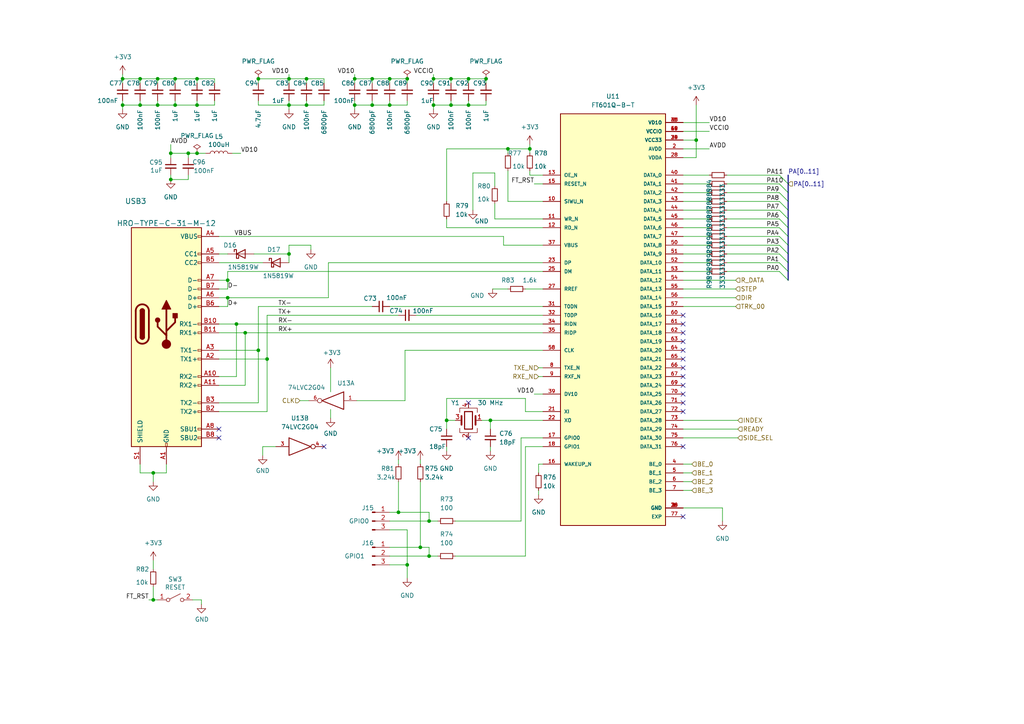
<source format=kicad_sch>
(kicad_sch (version 20211123) (generator eeschema)
  (paper "A4")
  (title_block (company "SweProj.com"))
  (lib_symbols
    (symbol "74xGxx:74LVC2G04" (pin_names (offset 1.016))
      (property "Reference" "U" (at -2.54 3.81 0))
      (property "Value" "74LVC2G04" (at 0 -3.81 0))
      (symbol "74LVC2G04_0_1"
        (pin power_in line (at 0 -2.54 270) (length 0) hide (name "GND") (number "2"))
        (pin power_in line (at 0 2.54 90) (length 0) hide (name "VCC") (number "5"))
      )
      (symbol "74LVC2G04_1_1"
        (pin input line (at -7.62 0 0) (length 3.81) (name "~") (number "1"))
        (pin output inverted (at 6.35 0 180) (length 3.81) (name "~") (number "6"))
      )
      (symbol "74LVC2G04_2_1"
        (pin input line (at -7.62 0 0) (length 3.81) (name "~") (number "3"))
        (pin output inverted (at 6.35 0 180) (length 3.81) (name "~") (number "4"))
      )
    )
    (symbol "Connector:Conn_01x03_Male" (pin_names (offset 1.016) hide)
      (property "Reference" "J" (at 0 5.08 0))
      (property "Value" "Conn_01x03_Male" (at 0 -5.08 0))
      (symbol "Conn_01x03_Male_1_1"
        (pin passive line (at 5.08 2.54 180) (length 3.81) (name "Pin_1") (number "1"))
        (pin passive line (at 5.08 0 180) (length 3.81) (name "Pin_2") (number "2"))
        (pin passive line (at 5.08 -2.54 180) (length 3.81) (name "Pin_3") (number "3"))
      )
    )
    (symbol "Connector:USB_C_Receptacle" (pin_names (offset 1.016))
      (property "Reference" "J" (at -10.16 29.21 0))
      (property "Value" "USB_C_Receptacle" (at 10.16 29.21 0))
      (symbol "USB_C_Receptacle_1_1"
        (pin passive line (at 0 -40.64 90) (length 5.08) (name "GND") (number "A1"))
        (pin bidirectional line (at 15.24 -15.24 180) (length 5.08) (name "RX2-") (number "A10"))
        (pin bidirectional line (at 15.24 -17.78 180) (length 5.08) (name "RX2+") (number "A11"))
        (pin passive line (at 0 -40.64 90) (length 5.08) hide (name "GND") (number "A12"))
        (pin bidirectional line (at 15.24 -10.16 180) (length 5.08) (name "TX1+") (number "A2"))
        (pin bidirectional line (at 15.24 -7.62 180) (length 5.08) (name "TX1-") (number "A3"))
        (pin passive line (at 15.24 25.4 180) (length 5.08) (name "VBUS") (number "A4"))
        (pin bidirectional line (at 15.24 20.32 180) (length 5.08) (name "CC1") (number "A5"))
        (pin bidirectional line (at 15.24 7.62 180) (length 5.08) (name "D+") (number "A6"))
        (pin bidirectional line (at 15.24 12.7 180) (length 5.08) (name "D-") (number "A7"))
        (pin bidirectional line (at 15.24 -30.48 180) (length 5.08) (name "SBU1") (number "A8"))
        (pin passive line (at 15.24 25.4 180) (length 5.08) hide (name "VBUS") (number "A9"))
        (pin passive line (at 0 -40.64 90) (length 5.08) hide (name "GND") (number "B1"))
        (pin bidirectional line (at 15.24 0 180) (length 5.08) (name "RX1-") (number "B10"))
        (pin bidirectional line (at 15.24 -2.54 180) (length 5.08) (name "RX1+") (number "B11"))
        (pin passive line (at 0 -40.64 90) (length 5.08) hide (name "GND") (number "B12"))
        (pin bidirectional line (at 15.24 -25.4 180) (length 5.08) (name "TX2+") (number "B2"))
        (pin bidirectional line (at 15.24 -22.86 180) (length 5.08) (name "TX2-") (number "B3"))
        (pin passive line (at 15.24 25.4 180) (length 5.08) hide (name "VBUS") (number "B4"))
        (pin bidirectional line (at 15.24 17.78 180) (length 5.08) (name "CC2") (number "B5"))
        (pin bidirectional line (at 15.24 5.08 180) (length 5.08) (name "D+") (number "B6"))
        (pin bidirectional line (at 15.24 10.16 180) (length 5.08) (name "D-") (number "B7"))
        (pin bidirectional line (at 15.24 -33.02 180) (length 5.08) (name "SBU2") (number "B8"))
        (pin passive line (at 15.24 25.4 180) (length 5.08) hide (name "VBUS") (number "B9"))
        (pin passive line (at -7.62 -40.64 90) (length 5.08) (name "SHIELD") (number "S1"))
      )
    )
    (symbol "Device:C_Small" (pin_numbers hide) (pin_names (offset 0.254) hide)
      (property "Reference" "C" (at 0.254 1.778 0))
      (property "Value" "C_Small" (at 0.254 -2.032 0))
      (symbol "C_Small_1_1"
        (pin passive line (at 0 2.54 270) (length 2.032) (name "~") (number "1"))
        (pin passive line (at 0 -2.54 90) (length 2.032) (name "~") (number "2"))
      )
    )
    (symbol "Device:Crystal_GND24" (pin_names (offset 1.016) hide)
      (property "Reference" "Y" (at 3.175 5.08 0))
      (property "Value" "Crystal_GND24" (at 3.175 3.175 0))
      (symbol "Crystal_GND24_1_1"
        (pin passive line (at -3.81 0 0) (length 1.27) (name "1") (number "1"))
        (pin passive line (at 0 5.08 270) (length 1.27) (name "2") (number "2"))
        (pin passive line (at 3.81 0 180) (length 1.27) (name "3") (number "3"))
        (pin passive line (at 0 -5.08 90) (length 1.27) (name "4") (number "4"))
      )
    )
    (symbol "Device:D_Schottky" (pin_numbers hide) (pin_names (offset 1.016) hide)
      (property "Reference" "D" (at 0 2.54 0))
      (property "Value" "D_Schottky" (at 0 -2.54 0))
      (symbol "D_Schottky_1_1"
        (pin passive line (at -3.81 0 0) (length 2.54) (name "K") (number "1"))
        (pin passive line (at 3.81 0 180) (length 2.54) (name "A") (number "2"))
      )
    )
    (symbol "Device:L" (pin_numbers hide) (pin_names (offset 1.016) hide)
      (property "Reference" "L" (at -1.27 0 90))
      (property "Value" "L" (at 1.905 0 90))
      (symbol "L_1_1"
        (pin passive line (at 0 3.81 270) (length 1.27) (name "1") (number "1"))
        (pin passive line (at 0 -3.81 90) (length 1.27) (name "2") (number "2"))
      )
    )
    (symbol "Device:R_Small" (pin_numbers hide) (pin_names (offset 0.254) hide)
      (property "Reference" "R" (at 0.762 0.508 0))
      (property "Value" "R_Small" (at 0.762 -1.016 0))
      (symbol "R_Small_1_1"
        (pin passive line (at 0 2.54 270) (length 0.762) (name "~") (number "1"))
        (pin passive line (at 0 -2.54 90) (length 0.762) (name "~") (number "2"))
      )
    )
    (symbol "Greaseweazle:FT601Q-B-T" (pin_names (offset 1.016))
      (property "Reference" "U" (at -15.24 60.9854 0))
      (property "Value" "FT601Q-B-T" (at -15.2654 -61.0362 0))
      (symbol "FT601Q-B-T_0_0"
        (pin power_in line (at 20.32 -53.34 180) (length 5.08) (name "GND") (number "1"))
        (pin input line (at -20.32 35.56 0) (length 5.08) (name "SIWU_N") (number "10"))
        (pin input line (at -20.32 30.48 0) (length 5.08) (name "WR_N") (number "11"))
        (pin input line (at -20.32 27.94 0) (length 5.08) (name "RD_N") (number "12"))
        (pin input line (at -20.32 43.18 0) (length 5.08) (name "OE_N") (number "13"))
        (pin power_in line (at 20.32 55.88 180) (length 5.08) (name "VCCIO") (number "14"))
        (pin input line (at -20.32 40.64 0) (length 5.08) (name "RESET_N") (number "15"))
        (pin bidirectional line (at -20.32 -40.64 0) (length 5.08) (name "WAKEUP_N") (number "16"))
        (pin bidirectional line (at -20.32 -33.02 0) (length 5.08) (name "GPIO0") (number "17"))
        (pin bidirectional line (at -20.32 -35.56 0) (length 5.08) (name "GPIO1") (number "18"))
        (pin power_in line (at 20.32 50.8 180) (length 5.08) (name "AVDD") (number "2"))
        (pin power_in line (at 20.32 53.34 180) (length 5.08) (name "VCC33") (number "20"))
        (pin input line (at -20.32 -25.4 0) (length 5.08) (name "XI") (number "21"))
        (pin output line (at -20.32 -27.94 0) (length 5.08) (name "XO") (number "22"))
        (pin bidirectional line (at -20.32 17.78 0) (length 5.08) (name "DP") (number "23"))
        (pin power_in line (at 20.32 53.34 180) (length 5.08) (name "VCC33") (number "24"))
        (pin bidirectional line (at -20.32 15.24 0) (length 5.08) (name "DM") (number "25"))
        (pin power_in line (at 20.32 -53.34 180) (length 5.08) (name "GND") (number "26"))
        (pin input line (at -20.32 10.16 0) (length 5.08) (name "RREF") (number "27"))
        (pin power_in line (at 20.32 48.26 180) (length 5.08) (name "VDDA") (number "28"))
        (pin power_in line (at 20.32 -53.34 180) (length 5.08) (name "GND") (number "29"))
        (pin power_in line (at 20.32 58.42 180) (length 5.08) (name "VD10") (number "3"))
        (pin power_in line (at 20.32 58.42 180) (length 5.08) (name "VD10") (number "30"))
        (pin output line (at -20.32 5.08 0) (length 5.08) (name "T0DN") (number "31"))
        (pin output line (at -20.32 2.54 0) (length 5.08) (name "T0DP") (number "32"))
        (pin power_in line (at 20.32 58.42 180) (length 5.08) (name "VD10") (number "33"))
        (pin input line (at -20.32 0 0) (length 5.08) (name "RIDN") (number "34"))
        (pin input line (at -20.32 -2.54 0) (length 5.08) (name "RIDP") (number "35"))
        (pin power_in line (at 20.32 -53.34 180) (length 5.08) (name "GND") (number "36"))
        (pin input line (at -20.32 22.86 0) (length 5.08) (name "VBUS") (number "37"))
        (pin power_in line (at 20.32 53.34 180) (length 5.08) (name "VCC33") (number "38"))
        (pin output line (at -20.32 -20.32 0) (length 5.08) (name "DV10") (number "39"))
        (pin bidirectional line (at 20.32 -40.64 180) (length 5.08) (name "BE_0") (number "4"))
        (pin bidirectional line (at 20.32 43.18 180) (length 5.08) (name "DATA_0") (number "40"))
        (pin bidirectional line (at 20.32 40.64 180) (length 5.08) (name "DATA_1") (number "41"))
        (pin bidirectional line (at 20.32 38.1 180) (length 5.08) (name "DATA_2") (number "42"))
        (pin bidirectional line (at 20.32 35.56 180) (length 5.08) (name "DATA_3") (number "43"))
        (pin bidirectional line (at 20.32 33.02 180) (length 5.08) (name "DATA_4") (number "44"))
        (pin bidirectional line (at 20.32 30.48 180) (length 5.08) (name "DATA_5") (number "45"))
        (pin bidirectional line (at 20.32 27.94 180) (length 5.08) (name "DATA_6") (number "46"))
        (pin bidirectional line (at 20.32 25.4 180) (length 5.08) (name "DATA_7") (number "47"))
        (pin power_in line (at 20.32 58.42 180) (length 5.08) (name "VD10") (number "48"))
        (pin power_in line (at 20.32 55.88 180) (length 5.08) (name "VCCIO") (number "49"))
        (pin bidirectional line (at 20.32 -43.18 180) (length 5.08) (name "BE_1") (number "5"))
        (pin bidirectional line (at 20.32 22.86 180) (length 5.08) (name "DATA_8") (number "50"))
        (pin bidirectional line (at 20.32 20.32 180) (length 5.08) (name "DATA_9") (number "51"))
        (pin bidirectional line (at 20.32 17.78 180) (length 5.08) (name "DATA_10") (number "52"))
        (pin bidirectional line (at 20.32 15.24 180) (length 5.08) (name "DATA_11") (number "53"))
        (pin bidirectional line (at 20.32 12.7 180) (length 5.08) (name "DATA_12") (number "54"))
        (pin bidirectional line (at 20.32 10.16 180) (length 5.08) (name "DATA_13") (number "55"))
        (pin bidirectional line (at 20.32 7.62 180) (length 5.08) (name "DATA_14") (number "56"))
        (pin bidirectional line (at 20.32 5.08 180) (length 5.08) (name "DATA_15") (number "57"))
        (pin output line (at -20.32 -7.62 0) (length 5.08) (name "CLK") (number "58"))
        (pin power_in line (at 20.32 55.88 180) (length 5.08) (name "VCCIO") (number "59"))
        (pin bidirectional line (at 20.32 -45.72 180) (length 5.08) (name "BE_2") (number "6"))
        (pin bidirectional line (at 20.32 2.54 180) (length 5.08) (name "DATA_16") (number "60"))
        (pin bidirectional line (at 20.32 0 180) (length 5.08) (name "DATA_17") (number "61"))
        (pin bidirectional line (at 20.32 -2.54 180) (length 5.08) (name "DATA_18") (number "62"))
        (pin bidirectional line (at 20.32 -5.08 180) (length 5.08) (name "DATA_19") (number "63"))
        (pin bidirectional line (at 20.32 -7.62 180) (length 5.08) (name "DATA_20") (number "64"))
        (pin bidirectional line (at 20.32 -10.16 180) (length 5.08) (name "DATA_21") (number "65"))
        (pin bidirectional line (at 20.32 -12.7 180) (length 5.08) (name "DATA_22") (number "66"))
        (pin bidirectional line (at 20.32 -15.24 180) (length 5.08) (name "DATA_23") (number "67"))
        (pin power_in line (at 20.32 55.88 180) (length 5.08) (name "VCCIO") (number "68"))
        (pin bidirectional line (at 20.32 -17.78 180) (length 5.08) (name "DATA_24") (number "69"))
        (pin bidirectional line (at 20.32 -48.26 180) (length 5.08) (name "BE_3") (number "7"))
        (pin bidirectional line (at 20.32 -20.32 180) (length 5.08) (name "DATA_25") (number "70"))
        (pin bidirectional line (at 20.32 -22.86 180) (length 5.08) (name "DATA_26") (number "71"))
        (pin bidirectional line (at 20.32 -25.4 180) (length 5.08) (name "DATA_27") (number "72"))
        (pin bidirectional line (at 20.32 -27.94 180) (length 5.08) (name "DATA_28") (number "73"))
        (pin bidirectional line (at 20.32 -30.48 180) (length 5.08) (name "DATA_29") (number "74"))
        (pin bidirectional line (at 20.32 -33.02 180) (length 5.08) (name "DATA_30") (number "75"))
        (pin bidirectional line (at 20.32 -35.56 180) (length 5.08) (name "DATA_31") (number "76"))
        (pin power_in line (at 20.32 -55.88 180) (length 5.08) (name "EXP") (number "77"))
        (pin output line (at -20.32 -12.7 0) (length 5.08) (name "TXE_N") (number "8"))
        (pin output line (at -20.32 -15.24 0) (length 5.08) (name "RXF_N") (number "9"))
      )
    )
    (symbol "Switch:SW_SPST" (pin_names (offset 0) hide)
      (property "Reference" "SW" (at 0 3.175 0))
      (property "Value" "SW_SPST" (at 0 -2.54 0))
      (symbol "SW_SPST_1_1"
        (pin passive line (at -5.08 0 0) (length 2.54) (name "A") (number "1"))
        (pin passive line (at 5.08 0 180) (length 2.54) (name "B") (number "2"))
      )
    )
    (symbol "power:+3V3" (power) (pin_names (offset 0))
      (property "Value" "+3V3" (at 0 3.556 0))
      (symbol "+3V3_1_1"
        (pin power_in line (at 0 0 90) (length 0) hide (name "+3V3") (number "1"))
      )
    )
    (symbol "power:GND" (power) (pin_names (offset 0))
      (property "Value" "GND" (at 0 -3.81 0))
      (symbol "GND_1_1"
        (pin power_in line (at 0 0 270) (length 0) hide (name "GND") (number "1"))
      )
    )
    (symbol "power:PWR_FLAG" (power) (pin_numbers hide) (pin_names (offset 0) hide)
      (property "Value" "PWR_FLAG" (at 0 3.81 0))
      (symbol "PWR_FLAG_0_0"
        (pin power_out line (at 0 0 90) (length 0) (name "pwr") (number "1"))
      )
    )
  )
  (junction (at 130.81 30.48))
  (junction (at 50.8 30.48))
  (junction (at 83.82 73.66))
  (junction (at 153.67 43.18))
  (junction (at 66.04 86.36))
  (junction (at 54.61 44.45))
  (junction (at 40.64 30.48))
  (junction (at 118.11 163.83))
  (junction (at 201.93 40.64))
  (junction (at 121.92 158.75))
  (junction (at 66.04 81.28))
  (junction (at 77.47 104.14))
  (junction (at 129.54 121.92))
  (junction (at 74.93 22.86))
  (junction (at 113.03 22.86))
  (junction (at 83.82 22.86))
  (junction (at 102.87 22.86))
  (junction (at 44.45 173.99))
  (junction (at 102.87 30.48))
  (junction (at 124.46 161.29))
  (junction (at 45.72 30.48))
  (junction (at 147.32 43.18))
  (junction (at 130.81 22.86))
  (junction (at 88.9 30.48))
  (junction (at 35.56 22.86))
  (junction (at 140.97 22.86))
  (junction (at 115.57 148.59))
  (junction (at 113.03 30.48))
  (junction (at 124.46 151.13))
  (junction (at 125.73 22.86))
  (junction (at 142.24 121.92))
  (junction (at 49.53 52.07))
  (junction (at 118.11 22.86))
  (junction (at 74.93 101.6))
  (junction (at 107.95 22.86))
  (junction (at 57.15 30.48))
  (junction (at 71.12 96.52))
  (junction (at 107.95 30.48))
  (junction (at 135.89 22.86))
  (junction (at 44.45 137.16))
  (junction (at 49.53 44.45))
  (junction (at 40.64 22.86))
  (junction (at 57.15 22.86))
  (junction (at 83.82 30.48))
  (junction (at 50.8 22.86))
  (junction (at 57.15 44.45))
  (junction (at 135.89 30.48))
  (junction (at 68.58 93.98))
  (junction (at 45.72 22.86))
  (junction (at 125.73 30.48))
  (junction (at 35.56 30.48))
  (junction (at 88.9 22.86))
  (no_connect (at 198.12 96.52))
  (no_connect (at 135.89 127))
  (no_connect (at 198.12 129.54))
  (no_connect (at 198.12 119.38))
  (no_connect (at 198.12 106.68))
  (no_connect (at 198.12 99.06))
  (no_connect (at 198.12 93.98))
  (no_connect (at 198.12 109.22))
  (no_connect (at 198.12 149.86))
  (no_connect (at 198.12 91.44))
  (no_connect (at 135.89 116.84))
  (no_connect (at 198.12 116.84))
  (no_connect (at 63.5 124.46))
  (no_connect (at 63.5 127))
  (no_connect (at 198.12 111.76))
  (no_connect (at 198.12 101.6))
  (no_connect (at 198.12 104.14))
  (no_connect (at 93.98 129.54))
  (no_connect (at 198.12 114.3))
  (bus_entry (at 226.06 60.96) (size 2.54 2.54))
  (bus_entry (at 226.06 76.2) (size 2.54 2.54))
  (bus_entry (at 226.06 71.12) (size 2.54 2.54))
  (bus_entry (at 226.06 66.04) (size 2.54 2.54))
  (bus_entry (at 226.06 68.58) (size 2.54 2.54))
  (bus_entry (at 226.06 78.74) (size 2.54 2.54))
  (bus_entry (at 226.06 73.66) (size 2.54 2.54))
  (bus_entry (at 226.06 55.88) (size 2.54 2.54))
  (bus_entry (at 226.06 50.8) (size 2.54 2.54))
  (bus_entry (at 226.06 53.34) (size 2.54 2.54))
  (bus_entry (at 226.06 58.42) (size 2.54 2.54))
  (bus_entry (at 226.06 63.5) (size 2.54 2.54))
  (bus (pts (xy 228.6 53.34) (xy 228.6 55.88)))
  (wire (pts (xy 102.87 21.59) (xy 102.87 22.86)))
  (wire (pts (xy 210.82 73.66) (xy 226.06 73.66)))
  (wire (pts (xy 198.12 78.74) (xy 205.74 78.74)))
  (wire (pts (xy 88.9 22.86) (xy 93.98 22.86)))
  (wire (pts (xy 198.12 83.82) (xy 213.36 83.82)))
  (wire (pts (xy 62.23 30.48) (xy 62.23 29.21)))
  (wire (pts (xy 151.13 127) (xy 151.13 151.13)))
  (wire (pts (xy 55.88 173.99) (xy 58.42 173.99)))
  (bus (pts (xy 228.6 50.8) (xy 228.6 53.34)))
  (wire (pts (xy 40.64 30.48) (xy 40.64 29.21)))
  (wire (pts (xy 44.45 162.56) (xy 44.45 165.1)))
  (wire (pts (xy 44.45 170.18) (xy 44.45 173.99)))
  (wire (pts (xy 88.9 22.86) (xy 88.9 24.13)))
  (bus (pts (xy 228.6 71.12) (xy 228.6 73.66)))
  (wire (pts (xy 57.15 22.86) (xy 62.23 22.86)))
  (wire (pts (xy 67.31 44.45) (xy 69.85 44.45)))
  (wire (pts (xy 50.8 22.86) (xy 50.8 24.13)))
  (wire (pts (xy 140.97 22.86) (xy 140.97 24.13)))
  (wire (pts (xy 113.03 153.67) (xy 118.11 153.67)))
  (wire (pts (xy 95.885 118.745) (xy 95.885 121.285)))
  (bus (pts (xy 228.6 60.96) (xy 228.6 63.5)))
  (wire (pts (xy 124.46 148.59) (xy 124.46 151.13)))
  (wire (pts (xy 35.56 21.59) (xy 35.56 22.86)))
  (wire (pts (xy 107.95 30.48) (xy 107.95 29.21)))
  (wire (pts (xy 83.82 22.86) (xy 83.82 24.13)))
  (wire (pts (xy 115.57 148.59) (xy 124.46 148.59)))
  (wire (pts (xy 74.93 116.84) (xy 74.93 101.6)))
  (wire (pts (xy 35.56 22.86) (xy 40.64 22.86)))
  (wire (pts (xy 40.64 22.86) (xy 40.64 24.13)))
  (wire (pts (xy 198.12 71.12) (xy 205.74 71.12)))
  (wire (pts (xy 86.995 116.205) (xy 89.535 116.205)))
  (wire (pts (xy 154.94 114.3) (xy 157.48 114.3)))
  (wire (pts (xy 153.67 41.91) (xy 153.67 43.18)))
  (wire (pts (xy 35.56 30.48) (xy 40.64 30.48)))
  (wire (pts (xy 140.97 30.48) (xy 140.97 29.21)))
  (wire (pts (xy 74.93 22.86) (xy 83.82 22.86)))
  (wire (pts (xy 95.25 86.36) (xy 95.25 76.2)))
  (wire (pts (xy 63.5 81.28) (xy 66.04 81.28)))
  (wire (pts (xy 63.5 116.84) (xy 74.93 116.84)))
  (wire (pts (xy 107.95 30.48) (xy 113.03 30.48)))
  (bus (pts (xy 228.6 68.58) (xy 228.6 71.12)))
  (wire (pts (xy 198.12 55.88) (xy 205.74 55.88)))
  (bus (pts (xy 228.6 63.5) (xy 228.6 66.04)))
  (wire (pts (xy 88.9 30.48) (xy 88.9 29.21)))
  (wire (pts (xy 58.42 173.99) (xy 58.42 175.26)))
  (wire (pts (xy 125.73 21.59) (xy 125.73 22.86)))
  (wire (pts (xy 156.21 109.22) (xy 157.48 109.22)))
  (wire (pts (xy 125.73 29.21) (xy 125.73 30.48)))
  (wire (pts (xy 198.12 86.36) (xy 213.36 86.36)))
  (wire (pts (xy 129.54 115.57) (xy 129.54 121.92)))
  (wire (pts (xy 121.92 133.35) (xy 121.92 134.62)))
  (wire (pts (xy 142.24 121.92) (xy 157.48 121.92)))
  (wire (pts (xy 66.04 81.28) (xy 66.04 83.82)))
  (wire (pts (xy 45.72 30.48) (xy 45.72 29.21)))
  (wire (pts (xy 66.04 78.74) (xy 66.04 81.28)))
  (wire (pts (xy 129.54 43.18) (xy 129.54 58.42)))
  (wire (pts (xy 74.93 88.9) (xy 74.93 101.6)))
  (wire (pts (xy 57.15 44.45) (xy 54.61 44.45)))
  (wire (pts (xy 120.65 91.44) (xy 157.48 91.44)))
  (wire (pts (xy 154.94 53.34) (xy 157.48 53.34)))
  (wire (pts (xy 49.53 44.45) (xy 49.53 45.72)))
  (wire (pts (xy 66.04 86.36) (xy 95.25 86.36)))
  (wire (pts (xy 50.8 22.86) (xy 57.15 22.86)))
  (wire (pts (xy 129.54 63.5) (xy 129.54 66.04)))
  (wire (pts (xy 48.26 137.16) (xy 48.26 134.62)))
  (wire (pts (xy 153.67 50.8) (xy 157.48 50.8)))
  (wire (pts (xy 210.82 53.34) (xy 226.06 53.34)))
  (wire (pts (xy 124.46 151.13) (xy 127 151.13)))
  (wire (pts (xy 198.12 50.8) (xy 205.74 50.8)))
  (wire (pts (xy 152.4 161.29) (xy 132.08 161.29)))
  (wire (pts (xy 43.18 173.99) (xy 44.45 173.99)))
  (wire (pts (xy 198.12 68.58) (xy 205.74 68.58)))
  (wire (pts (xy 88.9 30.48) (xy 93.98 30.48)))
  (wire (pts (xy 118.11 163.83) (xy 113.03 163.83)))
  (wire (pts (xy 135.89 30.48) (xy 135.89 29.21)))
  (bus (pts (xy 228.6 73.66) (xy 228.6 76.2)))
  (wire (pts (xy 71.12 96.52) (xy 157.48 96.52)))
  (wire (pts (xy 63.5 109.22) (xy 68.58 109.22)))
  (wire (pts (xy 157.48 129.54) (xy 152.4 129.54)))
  (wire (pts (xy 83.82 21.59) (xy 83.82 22.86)))
  (wire (pts (xy 83.82 30.48) (xy 88.9 30.48)))
  (bus (pts (xy 228.6 66.04) (xy 228.6 68.58)))
  (wire (pts (xy 198.12 121.92) (xy 213.995 121.92)))
  (wire (pts (xy 198.12 81.28) (xy 213.36 81.28)))
  (wire (pts (xy 63.5 104.14) (xy 77.47 104.14)))
  (wire (pts (xy 35.56 22.86) (xy 35.56 24.13)))
  (wire (pts (xy 153.67 49.53) (xy 153.67 50.8)))
  (wire (pts (xy 132.08 121.92) (xy 129.54 121.92)))
  (wire (pts (xy 129.54 43.18) (xy 147.32 43.18)))
  (wire (pts (xy 125.73 22.86) (xy 130.81 22.86)))
  (wire (pts (xy 210.82 66.04) (xy 226.06 66.04)))
  (wire (pts (xy 102.87 30.48) (xy 107.95 30.48)))
  (wire (pts (xy 156.21 142.24) (xy 156.21 143.51)))
  (wire (pts (xy 57.15 30.48) (xy 57.15 29.21)))
  (wire (pts (xy 130.81 22.86) (xy 135.89 22.86)))
  (wire (pts (xy 142.875 83.82) (xy 147.32 83.82)))
  (wire (pts (xy 83.82 29.21) (xy 83.82 30.48)))
  (wire (pts (xy 113.03 88.9) (xy 157.48 88.9)))
  (wire (pts (xy 210.82 50.8) (xy 226.06 50.8)))
  (wire (pts (xy 103.505 116.205) (xy 117.475 116.205)))
  (wire (pts (xy 44.45 173.99) (xy 45.72 173.99)))
  (wire (pts (xy 153.67 43.18) (xy 153.67 44.45)))
  (wire (pts (xy 152.4 83.82) (xy 157.48 83.82)))
  (bus (pts (xy 228.6 78.74) (xy 228.6 81.28)))
  (wire (pts (xy 71.12 111.76) (xy 63.5 111.76)))
  (wire (pts (xy 77.47 119.38) (xy 77.47 104.14)))
  (wire (pts (xy 210.82 76.2) (xy 226.06 76.2)))
  (wire (pts (xy 118.11 22.86) (xy 118.11 24.13)))
  (wire (pts (xy 63.5 101.6) (xy 74.93 101.6)))
  (wire (pts (xy 135.89 30.48) (xy 140.97 30.48)))
  (wire (pts (xy 125.73 22.86) (xy 125.73 24.13)))
  (wire (pts (xy 118.11 30.48) (xy 118.11 29.21)))
  (wire (pts (xy 146.05 71.12) (xy 157.48 71.12)))
  (wire (pts (xy 198.12 137.16) (xy 200.66 137.16)))
  (wire (pts (xy 198.12 73.66) (xy 205.74 73.66)))
  (wire (pts (xy 54.61 52.07) (xy 54.61 50.8)))
  (wire (pts (xy 198.12 88.9) (xy 213.36 88.9)))
  (wire (pts (xy 74.93 88.9) (xy 107.95 88.9)))
  (wire (pts (xy 95.25 76.2) (xy 157.48 76.2)))
  (wire (pts (xy 50.8 30.48) (xy 50.8 29.21)))
  (wire (pts (xy 113.03 22.86) (xy 113.03 24.13)))
  (wire (pts (xy 49.53 41.91) (xy 49.53 44.45)))
  (wire (pts (xy 129.54 129.54) (xy 129.54 130.81)))
  (wire (pts (xy 45.72 22.86) (xy 45.72 24.13)))
  (wire (pts (xy 83.82 71.12) (xy 90.17 71.12)))
  (wire (pts (xy 57.15 22.86) (xy 57.15 24.13)))
  (wire (pts (xy 59.69 44.45) (xy 57.15 44.45)))
  (wire (pts (xy 63.5 96.52) (xy 71.12 96.52)))
  (wire (pts (xy 76.2 129.54) (xy 80.01 129.54)))
  (wire (pts (xy 210.82 63.5) (xy 226.06 63.5)))
  (wire (pts (xy 54.61 44.45) (xy 54.61 45.72)))
  (wire (pts (xy 93.98 30.48) (xy 93.98 29.21)))
  (wire (pts (xy 83.82 30.48) (xy 83.82 31.75)))
  (wire (pts (xy 210.82 78.74) (xy 226.06 78.74)))
  (wire (pts (xy 49.53 52.07) (xy 49.53 50.8)))
  (bus (pts (xy 228.6 76.2) (xy 228.6 78.74)))
  (wire (pts (xy 137.16 50.165) (xy 143.51 50.165)))
  (wire (pts (xy 124.46 161.29) (xy 127 161.29)))
  (wire (pts (xy 63.5 73.66) (xy 66.04 73.66)))
  (wire (pts (xy 156.21 137.16) (xy 156.21 134.62)))
  (wire (pts (xy 152.4 119.38) (xy 157.48 119.38)))
  (wire (pts (xy 198.12 35.56) (xy 205.74 35.56)))
  (wire (pts (xy 50.8 30.48) (xy 57.15 30.48)))
  (wire (pts (xy 115.57 139.7) (xy 115.57 148.59)))
  (wire (pts (xy 76.2 132.08) (xy 76.2 129.54)))
  (wire (pts (xy 210.82 60.96) (xy 226.06 60.96)))
  (wire (pts (xy 198.12 139.7) (xy 200.66 139.7)))
  (wire (pts (xy 156.21 106.68) (xy 157.48 106.68)))
  (wire (pts (xy 135.89 22.86) (xy 135.89 24.13)))
  (wire (pts (xy 71.12 96.52) (xy 71.12 111.76)))
  (wire (pts (xy 198.12 134.62) (xy 200.66 134.62)))
  (wire (pts (xy 44.45 137.16) (xy 44.45 139.7)))
  (wire (pts (xy 62.23 22.86) (xy 62.23 24.13)))
  (wire (pts (xy 201.93 45.72) (xy 201.93 40.64)))
  (wire (pts (xy 198.12 38.1) (xy 205.74 38.1)))
  (wire (pts (xy 117.475 116.205) (xy 117.475 101.6)))
  (wire (pts (xy 40.64 30.48) (xy 45.72 30.48)))
  (wire (pts (xy 129.54 115.57) (xy 152.4 115.57)))
  (wire (pts (xy 40.64 22.86) (xy 45.72 22.86)))
  (wire (pts (xy 139.7 121.92) (xy 142.24 121.92)))
  (bus (pts (xy 228.6 58.42) (xy 228.6 60.96)))
  (wire (pts (xy 83.82 73.66) (xy 83.82 71.12)))
  (wire (pts (xy 35.56 29.21) (xy 35.56 30.48)))
  (wire (pts (xy 73.66 73.66) (xy 83.82 73.66)))
  (wire (pts (xy 118.11 153.67) (xy 118.11 163.83)))
  (wire (pts (xy 68.58 109.22) (xy 68.58 93.98)))
  (wire (pts (xy 113.03 30.48) (xy 118.11 30.48)))
  (wire (pts (xy 147.32 58.42) (xy 157.48 58.42)))
  (wire (pts (xy 45.72 22.86) (xy 50.8 22.86)))
  (wire (pts (xy 152.4 115.57) (xy 152.4 119.38)))
  (wire (pts (xy 142.24 129.54) (xy 142.24 130.81)))
  (wire (pts (xy 74.93 24.13) (xy 74.93 22.86)))
  (wire (pts (xy 147.32 49.53) (xy 147.32 58.42)))
  (wire (pts (xy 198.12 124.46) (xy 213.995 124.46)))
  (wire (pts (xy 147.32 44.45) (xy 147.32 43.18)))
  (wire (pts (xy 198.12 63.5) (xy 205.74 63.5)))
  (wire (pts (xy 152.4 129.54) (xy 152.4 161.29)))
  (wire (pts (xy 210.82 58.42) (xy 226.06 58.42)))
  (wire (pts (xy 57.15 30.48) (xy 62.23 30.48)))
  (wire (pts (xy 198.12 127) (xy 213.995 127)))
  (wire (pts (xy 137.16 50.165) (xy 137.16 60.96)))
  (wire (pts (xy 143.51 59.055) (xy 143.51 63.5)))
  (wire (pts (xy 74.93 30.48) (xy 83.82 30.48)))
  (wire (pts (xy 113.03 22.86) (xy 118.11 22.86)))
  (wire (pts (xy 157.48 78.74) (xy 66.04 78.74)))
  (wire (pts (xy 113.03 158.75) (xy 121.92 158.75)))
  (wire (pts (xy 113.03 151.13) (xy 124.46 151.13)))
  (wire (pts (xy 121.92 139.7) (xy 121.92 158.75)))
  (wire (pts (xy 66.04 86.36) (xy 63.5 86.36)))
  (wire (pts (xy 209.55 147.32) (xy 209.55 151.13)))
  (wire (pts (xy 113.03 30.48) (xy 113.03 29.21)))
  (wire (pts (xy 102.87 22.86) (xy 102.87 24.13)))
  (wire (pts (xy 40.64 134.62) (xy 40.64 137.16)))
  (wire (pts (xy 143.51 63.5) (xy 157.48 63.5)))
  (wire (pts (xy 63.5 93.98) (xy 68.58 93.98)))
  (wire (pts (xy 143.51 50.165) (xy 143.51 53.975)))
  (wire (pts (xy 142.24 121.92) (xy 142.24 124.46)))
  (wire (pts (xy 63.5 68.58) (xy 146.05 68.58)))
  (wire (pts (xy 77.47 104.14) (xy 77.47 91.44)))
  (wire (pts (xy 107.95 22.86) (xy 107.95 24.13)))
  (wire (pts (xy 63.5 119.38) (xy 77.47 119.38)))
  (bus (pts (xy 228.6 55.88) (xy 228.6 58.42)))
  (wire (pts (xy 129.54 66.04) (xy 157.48 66.04)))
  (wire (pts (xy 44.45 137.16) (xy 48.26 137.16)))
  (wire (pts (xy 198.12 43.18) (xy 205.74 43.18)))
  (wire (pts (xy 129.54 121.92) (xy 129.54 124.46)))
  (wire (pts (xy 132.08 151.13) (xy 151.13 151.13)))
  (wire (pts (xy 40.64 137.16) (xy 44.45 137.16)))
  (wire (pts (xy 93.98 22.86) (xy 93.98 24.13)))
  (wire (pts (xy 113.03 148.59) (xy 115.57 148.59)))
  (wire (pts (xy 63.5 76.2) (xy 76.2 76.2)))
  (wire (pts (xy 54.61 52.07) (xy 49.53 52.07)))
  (wire (pts (xy 198.12 142.24) (xy 200.66 142.24)))
  (wire (pts (xy 125.73 30.48) (xy 125.73 31.75)))
  (wire (pts (xy 210.82 68.58) (xy 226.06 68.58)))
  (wire (pts (xy 113.03 161.29) (xy 124.46 161.29)))
  (wire (pts (xy 198.12 76.2) (xy 205.74 76.2)))
  (wire (pts (xy 198.12 40.64) (xy 201.93 40.64)))
  (wire (pts (xy 95.885 106.68) (xy 95.885 113.665)))
  (wire (pts (xy 198.12 66.04) (xy 205.74 66.04)))
  (wire (pts (xy 156.21 134.62) (xy 157.48 134.62)))
  (wire (pts (xy 107.95 22.86) (xy 113.03 22.86)))
  (wire (pts (xy 102.87 22.86) (xy 107.95 22.86)))
  (wire (pts (xy 135.89 22.86) (xy 140.97 22.86)))
  (wire (pts (xy 66.04 88.9) (xy 66.04 86.36)))
  (wire (pts (xy 121.92 158.75) (xy 124.46 158.75)))
  (wire (pts (xy 130.81 30.48) (xy 135.89 30.48)))
  (wire (pts (xy 102.87 29.21) (xy 102.87 30.48)))
  (wire (pts (xy 210.82 71.12) (xy 226.06 71.12)))
  (wire (pts (xy 198.12 60.96) (xy 205.74 60.96)))
  (wire (pts (xy 198.12 53.34) (xy 205.74 53.34)))
  (wire (pts (xy 210.82 55.88) (xy 226.06 55.88)))
  (wire (pts (xy 74.93 29.21) (xy 74.93 30.48)))
  (wire (pts (xy 124.46 158.75) (xy 124.46 161.29)))
  (wire (pts (xy 68.58 93.98) (xy 157.48 93.98)))
  (wire (pts (xy 83.82 22.86) (xy 88.9 22.86)))
  (wire (pts (xy 198.12 147.32) (xy 209.55 147.32)))
  (wire (pts (xy 77.47 91.44) (xy 115.57 91.44)))
  (wire (pts (xy 198.12 45.72) (xy 201.93 45.72)))
  (wire (pts (xy 115.57 133.35) (xy 115.57 134.62)))
  (wire (pts (xy 147.32 43.18) (xy 153.67 43.18)))
  (wire (pts (xy 45.72 30.48) (xy 50.8 30.48)))
  (wire (pts (xy 66.04 83.82) (xy 63.5 83.82)))
  (wire (pts (xy 90.17 71.12) (xy 90.17 72.39)))
  (wire (pts (xy 125.73 30.48) (xy 130.81 30.48)))
  (wire (pts (xy 83.82 73.66) (xy 83.82 76.2)))
  (wire (pts (xy 102.87 30.48) (xy 102.87 31.75)))
  (wire (pts (xy 130.81 30.48) (xy 130.81 29.21)))
  (wire (pts (xy 198.12 58.42) (xy 205.74 58.42)))
  (wire (pts (xy 118.11 163.83) (xy 118.11 167.64)))
  (wire (pts (xy 130.81 22.86) (xy 130.81 24.13)))
  (wire (pts (xy 146.05 68.58) (xy 146.05 71.12)))
  (wire (pts (xy 157.48 127) (xy 151.13 127)))
  (wire (pts (xy 35.56 30.48) (xy 35.56 31.75)))
  (wire (pts (xy 201.93 30.48) (xy 201.93 40.64)))
  (wire (pts (xy 117.475 101.6) (xy 157.48 101.6)))
  (wire (pts (xy 54.61 44.45) (xy 49.53 44.45)))
  (wire (pts (xy 63.5 88.9) (xy 66.04 88.9)))
  (label "VBUS" (at 67.945 68.58 0))
  (label "VD10" (at 154.94 114.3 180))
  (label "AVDD" (at 205.74 43.18 0))
  (label "PA8" (at 222.25 58.42 0))
  (label "FT_RST" (at 154.94 53.34 180))
  (label "RX+" (at 80.645 96.52 0))
  (label "PA5" (at 222.25 66.04 0))
  (label "PA3" (at 222.25 71.12 0))
  (label "VCCIO" (at 125.73 21.59 180))
  (label "AVDD" (at 49.53 41.91 0))
  (label "PA9" (at 222.25 55.88 0))
  (label "PA0" (at 222.25 78.74 0))
  (label "VD10" (at 83.82 21.59 180))
  (label "RX-" (at 80.645 93.98 0))
  (label "TX+" (at 80.645 91.44 0))
  (label "PA1" (at 222.25 76.2 0))
  (label "VD10" (at 205.74 35.56 0))
  (label "PA4" (at 222.25 68.58 0))
  (label "VD10" (at 102.87 21.59 180))
  (label "VCCIO" (at 205.74 38.1 0))
  (label "PA11" (at 222.25 50.8 0))
  (label "PA2" (at 222.25 73.66 0))
  (label "D-" (at 66.04 83.82 0))
  (label "TX-" (at 80.645 88.9 0))
  (label "PA[0..11]" (at 228.6 50.8 0))
  (label "PA10" (at 222.25 53.34 0))
  (label "PA6" (at 222.25 63.5 0))
  (label "D+" (at 66.04 88.9 0))
  (label "VD10" (at 69.85 44.45 0))
  (label "FT_RST" (at 43.18 173.99 180))
  (label "PA7" (at 222.25 60.96 0))
  (hierarchical_label "BE_3" (shape input) (at 200.66 142.24 0))
  (hierarchical_label "PA[0..11]" (shape input) (at 228.6 53.34 0))
  (hierarchical_label "DIR" (shape input) (at 213.36 86.36 0))
  (hierarchical_label "BE_1" (shape input) (at 200.66 137.16 0))
  (hierarchical_label "STEP" (shape input) (at 213.36 83.82 0))
  (hierarchical_label "RXE_N" (shape input) (at 156.21 109.22 180))
  (hierarchical_label "CLK" (shape input) (at 86.995 116.205 180))
  (hierarchical_label "BE_0" (shape input) (at 200.66 134.62 0))
  (hierarchical_label "SIDE_SEL" (shape input) (at 213.995 127 0))
  (hierarchical_label "BE_2" (shape input) (at 200.66 139.7 0))
  (hierarchical_label "R_DATA" (shape input) (at 213.36 81.28 0))
  (hierarchical_label "TRK_00" (shape input) (at 213.36 88.9 0))
  (hierarchical_label "TXE_N" (shape input) (at 156.21 106.68 180))
  (hierarchical_label "READY" (shape input) (at 213.995 124.46 0))
  (hierarchical_label "INDEX" (shape input) (at 213.995 121.92 0))
  (symbol (lib_id "power:GND") (at 142.875 83.82 0) (unit 1)
    (property "Reference" "#PWR0257" (effects hide))
    (property "Value" "GND" (at 138.43 85.725 0))
  )
  (symbol (lib_id "Device:C_Small") (at 49.53 48.26 0) (mirror y) (unit 1)
    (property "Reference" "C95" (at 47.1932 47.0916 0) (effects (justify left)))
    (property "Value" "1uF" (at 47.1932 49.403 0) (effects (justify left)))
    (property "Footprint" "Capacitor_SMD:C_0603_1608Metric" (effects hide))
    (property "LCSC" "C15849" (effects hide))
  )
  (symbol (lib_id "Device:R_Small") (at 129.54 151.13 90) (unit 1)
    (property "Reference" "R73" (at 129.54 144.78 90))
    (property "Value" "100" (at 129.54 147.32 90))
    (property "Footprint" "Resistor_SMD:R_0402_1005Metric" (effects hide))
    (property "LCSC" "C25076" (effects hide))
  )
  (symbol (lib_id "Device:C_Small") (at 118.11 26.67 180) (unit 1)
    (property "Reference" "C89" (at 118.11 24.13 0) (effects (justify left)))
    (property "Value" "6800pF" (at 118.11 31.75 90) (effects (justify left)))
    (property "Footprint" "Capacitor_SMD:C_0402_1005Metric" (effects hide))
    (property "LCSC" "C1542" (effects hide))
  )
  (symbol (lib_id "power:GND") (at 83.82 31.75 0) (unit 1)
    (property "Reference" "#PWR0232" (effects hide))
    (property "Value" "GND" (at 83.82 36.83 0))
  )
  (symbol (lib_id "Device:C_Small") (at 45.72 26.67 180) (unit 1)
    (property "Reference" "C79" (at 45.72 24.13 0) (effects (justify left)))
    (property "Value" "100nF" (at 45.72 31.75 90) (effects (justify left)))
    (property "Footprint" "Capacitor_SMD:C_0402_1005Metric" (effects hide))
    (property "LCSC" "C1525" (effects hide))
  )
  (symbol (lib_id "Device:R_Small") (at 208.28 55.88 270) (unit 1)
    (property "Reference" "R86" (at 205.74 60.96 0) (effects (justify right)))
    (property "Value" "33" (at 209.55 60.96 0) (effects (justify right)))
    (property "Footprint" "Resistor_SMD:R_0402_1005Metric" (effects hide))
    (property "LCSC" "C25744" (effects hide))
  )
  (symbol (lib_id "Device:R_Small") (at 208.28 53.34 270) (unit 1)
    (property "Reference" "R85" (at 205.74 58.42 0) (effects (justify right)))
    (property "Value" "33" (at 209.55 58.42 0) (effects (justify right)))
    (property "Footprint" "Resistor_SMD:R_0402_1005Metric" (effects hide))
    (property "LCSC" "C25744" (effects hide))
  )
  (symbol (lib_id "Connector:Conn_01x03_Male") (at 107.95 151.13 0) (unit 1)
    (property "Reference" "J15" (at 106.68 147.32 0))
    (property "Value" "GPIO0" (at 104.14 151.13 0))
    (property "Footprint" "Jumper:SolderJumper-3_P1.3mm_Open_RoundedPad1.0x1.5mm_NumberLabels" (effects hide))
  )
  (symbol (lib_id "power:PWR_FLAG") (at 57.15 44.45 0) (unit 1)
    (property "Reference" "#FLG0103" (effects hide))
    (property "Value" "PWR_FLAG" (at 57.15 39.37 0))
  )
  (symbol (lib_id "Device:C_Small") (at 83.82 26.67 180) (unit 1)
    (property "Reference" "C83" (at 83.82 24.13 0) (effects (justify left)))
    (property "Value" "1uF" (at 82.55 29.21 0) (effects (justify left)))
    (property "Footprint" "Capacitor_SMD:C_0603_1608Metric" (effects hide))
    (property "LCSC" "C15849" (effects hide))
  )
  (symbol (lib_id "Device:C_Small") (at 125.73 26.67 180) (unit 1)
    (property "Reference" "C90" (at 125.73 24.13 0) (effects (justify left)))
    (property "Value" "1uF" (at 125.73 29.21 0) (effects (justify left)))
    (property "Footprint" "Capacitor_SMD:C_0603_1608Metric" (effects hide))
    (property "LCSC" "C15849" (effects hide))
  )
  (symbol (lib_id "Device:C_Small") (at 135.89 26.67 0) (mirror x) (unit 1)
    (property "Reference" "C92" (at 132.08 24.13 0) (effects (justify left)))
    (property "Value" "100nF" (at 135.89 31.75 90) (effects (justify left)))
    (property "Footprint" "Capacitor_SMD:C_0402_1005Metric" (effects hide))
    (property "LCSC" "C1525" (effects hide))
  )
  (symbol (lib_id "Device:R_Small") (at 121.92 137.16 0) (unit 1)
    (property "Reference" "R75" (at 123.19 135.89 0) (effects (justify left)))
    (property "Value" "3.24k" (at 123.19 138.43 0) (effects (justify left)))
    (property "Footprint" "Resistor_SMD:R_0402_1005Metric" (effects hide))
    (property "LCSC" "C11457" (effects hide))
  )
  (symbol (lib_id "power:PWR_FLAG") (at 74.93 22.86 0) (unit 1)
    (property "Reference" "#FLG0105" (effects hide))
    (property "Value" "PWR_FLAG" (at 74.93 17.78 0))
  )
  (symbol (lib_id "power:GND") (at 102.87 31.75 0) (unit 1)
    (property "Reference" "#PWR0241" (effects hide))
    (property "Value" "GND" (at 102.87 36.83 0))
  )
  (symbol (lib_id "74xGxx:74LVC2G04") (at 87.63 129.54 0) (unit 2)
    (property "Reference" "U13" (at 86.995 121.285 0))
    (property "Value" "74LVC2G04" (at 86.995 123.825 0))
    (property "Footprint" "Package_TO_SOT_SMD:SOT-23-6" (effects hide))
    (property "Datasheet" "http://www.ti.com/lit/sg/scyt129e/scyt129e.pdf" (effects hide))
    (property "LCSC" "C460538" (effects hide))
  )
  (symbol (lib_id "Device:C_Small") (at 57.15 26.67 180) (unit 1)
    (property "Reference" "C81" (at 57.15 24.13 0) (effects (justify left)))
    (property "Value" "1uF" (at 57.15 31.75 90) (effects (justify left)))
    (property "Footprint" "Capacitor_SMD:C_0603_1608Metric" (effects hide))
    (property "LCSC" "C15849" (effects hide))
  )
  (symbol (lib_id "Device:C_Small") (at 35.56 26.67 180) (unit 1)
    (property "Reference" "C77" (at 35.56 24.13 0) (effects (justify left)))
    (property "Value" "100nF" (at 34.29 29.21 0) (effects (justify left)))
    (property "Footprint" "Capacitor_SMD:C_0402_1005Metric" (effects hide))
    (property "LCSC" "C1525" (effects hide))
  )
  (symbol (lib_id "Device:C_Small") (at 50.8 26.67 180) (unit 1)
    (property "Reference" "C80" (at 50.8 24.13 0) (effects (justify left)))
    (property "Value" "1uF" (at 50.8 31.75 90) (effects (justify left)))
    (property "Footprint" "Capacitor_SMD:C_0603_1608Metric" (effects hide))
    (property "LCSC" "C15849" (effects hide))
  )
  (symbol (lib_id "power:GND") (at 58.42 175.26 0) (unit 1)
    (property "Reference" "#PWR0255" (effects hide))
    (property "Value" "GND" (at 58.547 179.6542 0))
  )
  (symbol (lib_id "power:GND") (at 142.24 130.81 0) (unit 1)
    (property "Reference" "#PWR0221" (effects hide))
    (property "Value" "GND" (at 142.24 135.89 0))
  )
  (symbol (lib_id "power:GND") (at 125.73 31.75 0) (unit 1)
    (property "Reference" "#PWR0242" (effects hide))
    (property "Value" "GND" (at 125.73 36.83 0))
  )
  (symbol (lib_id "Device:C_Small") (at 93.98 26.67 180) (unit 1)
    (property "Reference" "C85" (at 93.98 24.13 0) (effects (justify left)))
    (property "Value" "6800pF" (at 93.98 31.75 90) (effects (justify left)))
    (property "Footprint" "Capacitor_SMD:C_0402_1005Metric" (effects hide))
    (property "LCSC" "C1542" (effects hide))
  )
  (symbol (lib_id "power:GND") (at 95.885 121.285 0) (unit 1)
    (property "Reference" "#PWR0260" (effects hide))
    (property "Value" "GND" (at 95.885 125.73 0))
  )
  (symbol (lib_id "Device:C_Small") (at 140.97 26.67 0) (mirror x) (unit 1)
    (property "Reference" "C93" (at 137.16 24.13 0) (effects (justify left)))
    (property "Value" "1uF" (at 140.97 31.75 90) (effects (justify left)))
    (property "Footprint" "Capacitor_SMD:C_0603_1608Metric" (effects hide))
    (property "LCSC" "C15849" (effects hide))
  )
  (symbol (lib_id "Device:R_Small") (at 208.28 78.74 270) (unit 1)
    (property "Reference" "R95" (at 205.74 83.82 0) (effects (justify right)))
    (property "Value" "33" (at 209.55 83.82 0) (effects (justify right)))
    (property "Footprint" "Resistor_SMD:R_0402_1005Metric" (effects hide))
    (property "LCSC" "C25744" (effects hide))
  )
  (symbol (lib_id "power:GND") (at 209.55 151.13 0) (unit 1)
    (property "Reference" "#PWR0227" (effects hide))
    (property "Value" "GND" (at 209.55 156.21 0))
  )
  (symbol (lib_id "Device:R_Small") (at 129.54 60.96 180) (unit 1)
    (property "Reference" "R79" (at 132.08 59.6899 0) (effects (justify right)))
    (property "Value" "10k" (at 132.08 62.2299 0) (effects (justify right)))
    (property "Footprint" "Resistor_SMD:R_0402_1005Metric" (effects hide))
    (property "LCSC" "C25744" (effects hide))
  )
  (symbol (lib_id "Device:Crystal_GND24") (at 135.89 121.92 180) (unit 1)
    (property "Reference" "Y1" (at 132.08 116.84 0))
    (property "Value" "30 MHz" (at 142.24 116.84 0))
    (property "Footprint" "Oscillator:Oscillator_SMD_Abracon_ASDMB-4Pin_2.5x2.0mm" (effects hide))
    (property "LCSC" "C252267" (effects hide))
  )
  (symbol (lib_id "Switch:SW_SPST") (at 50.8 173.99 0) (unit 1)
    (property "Reference" "SW3" (at 50.8 168.021 0))
    (property "Value" "RESET" (at 50.8 170.3324 0))
    (property "Footprint" "Greaseweazle:SW_Push_1P1T_NO_CK_K2-1102SP-C4SC-04" (effects hide))
    (property "Datasheet" "https://datasheet.lcsc.com/szlcsc/1811082113_Korean-Hroparts-Elec-K2-1102SP-C4SC-04_C127509.pdf" (effects hide))
    (property "LCSC" "C127509" (effects hide))
  )
  (symbol (lib_id "power:+3V3") (at 121.92 133.35 0) (unit 1)
    (property "Reference" "#PWR0228" (effects hide))
    (property "Value" "+3V3" (at 118.11 130.81 0))
  )
  (symbol (lib_id "power:GND") (at 156.21 143.51 0) (unit 1)
    (property "Reference" "#PWR0246" (effects hide))
    (property "Value" "GND" (at 156.21 148.59 0))
  )
  (symbol (lib_id "power:+3V3") (at 201.93 30.48 0) (unit 1)
    (property "Reference" "#PWR0217" (effects hide))
    (property "Value" "+3V3" (at 201.93 25.4 0))
  )
  (symbol (lib_id "Device:R_Small") (at 143.51 56.515 180) (unit 1)
    (property "Reference" "R80" (at 138.43 53.975 0) (effects (justify right)))
    (property "Value" "10k" (at 138.43 57.785 0) (effects (justify right)))
    (property "Footprint" "Resistor_SMD:R_0402_1005Metric" (effects hide))
    (property "LCSC" "C25744" (effects hide))
  )
  (symbol (lib_id "Device:R_Small") (at 208.28 68.58 270) (unit 1)
    (property "Reference" "R91" (at 205.74 73.66 0) (effects (justify right)))
    (property "Value" "33" (at 209.55 73.66 0) (effects (justify right)))
    (property "Footprint" "Resistor_SMD:R_0402_1005Metric" (effects hide))
    (property "LCSC" "C25744" (effects hide))
  )
  (symbol (lib_id "Device:R_Small") (at 115.57 137.16 0) (unit 1)
    (property "Reference" "R81" (at 110.49 135.89 0) (effects (justify left)))
    (property "Value" "3.24k" (at 109.22 138.43 0) (effects (justify left)))
    (property "Footprint" "Resistor_SMD:R_0402_1005Metric" (effects hide))
    (property "LCSC" "C11457" (effects hide))
  )
  (symbol (lib_id "Device:R_Small") (at 44.45 167.64 180) (unit 1)
    (property "Reference" "R82" (at 39.37 165.1 0) (effects (justify right)))
    (property "Value" "10k" (at 39.37 168.91 0) (effects (justify right)))
    (property "Footprint" "Resistor_SMD:R_0402_1005Metric" (effects hide))
    (property "LCSC" "C25744" (effects hide))
  )
  (symbol (lib_id "Device:C_Small") (at 40.64 26.67 180) (unit 1)
    (property "Reference" "C78" (at 40.64 24.13 0) (effects (justify left)))
    (property "Value" "100nF" (at 40.64 31.75 90) (effects (justify left)))
    (property "Footprint" "Capacitor_SMD:C_0402_1005Metric" (effects hide))
    (property "LCSC" "C1525" (effects hide))
  )
  (symbol (lib_id "Device:R_Small") (at 208.28 73.66 270) (unit 1)
    (property "Reference" "R93" (at 205.74 78.74 0) (effects (justify right)))
    (property "Value" "33" (at 209.55 78.74 0) (effects (justify right)))
    (property "Footprint" "Resistor_SMD:R_0402_1005Metric" (effects hide))
    (property "LCSC" "C25744" (effects hide))
  )
  (symbol (lib_id "Device:R_Small") (at 208.28 60.96 270) (unit 1)
    (property "Reference" "R88" (at 205.74 66.04 0) (effects (justify right)))
    (property "Value" "33" (at 209.55 66.04 0) (effects (justify right)))
    (property "Footprint" "Resistor_SMD:R_0402_1005Metric" (effects hide))
    (property "LCSC" "C25744" (effects hide))
  )
  (symbol (lib_id "Device:D_Schottky") (at 80.01 76.2 0) (unit 1)
    (property "Reference" "D17" (at 77.47 72.39 0) (effects (justify left)))
    (property "Value" "1N5819W" (at 76.2 80.01 0) (effects (justify left)))
    (property "Footprint" "Diode_SMD:D_SOD-123" (effects hide))
    (property "LCSC" "C963381" (effects hide))
  )
  (symbol (lib_id "Device:R_Small") (at 208.28 58.42 270) (unit 1)
    (property "Reference" "R87" (at 205.74 63.5 0) (effects (justify right)))
    (property "Value" "33" (at 209.55 63.5 0) (effects (justify right)))
    (property "Footprint" "Resistor_SMD:R_0402_1005Metric" (effects hide))
    (property "LCSC" "C25744" (effects hide))
  )
  (symbol (lib_id "Device:C_Small") (at 110.49 88.9 90) (unit 1)
    (property "Reference" "C73" (at 109.3216 86.5632 90) (effects (justify left)))
    (property "Value" "100nF" (at 118.11 86.36 90) (effects (justify left)))
    (property "Footprint" "Capacitor_SMD:C_0402_1005Metric" (effects hide))
    (property "LCSC" "C1525" (effects hide))
  )
  (symbol (lib_id "Device:R_Small") (at 208.28 50.8 270) (unit 1)
    (property "Reference" "R84" (at 205.74 55.88 0) (effects (justify right)))
    (property "Value" "33" (at 209.55 55.88 0) (effects (justify right)))
    (property "Footprint" "Resistor_SMD:R_0402_1005Metric" (effects hide))
    (property "LCSC" "C25744" (effects hide))
  )
  (symbol (lib_id "power:GND") (at 129.54 130.81 0) (unit 1)
    (property "Reference" "#PWR0220" (effects hide))
    (property "Value" "GND" (at 129.54 135.89 0))
  )
  (symbol (lib_id "Device:R_Small") (at 156.21 139.7 180) (unit 1)
    (property "Reference" "R76" (at 157.48 138.43 0) (effects (justify right)))
    (property "Value" "10k" (at 157.48 140.97 0) (effects (justify right)))
    (property "Footprint" "Resistor_SMD:R_0402_1005Metric" (effects hide))
    (property "LCSC" "C25744" (effects hide))
  )
  (symbol (lib_id "Device:C_Small") (at 142.24 127 0) (unit 1)
    (property "Reference" "C76" (at 144.78 125.7362 0) (effects (justify left)))
    (property "Value" "18pF" (at 144.78 128.2762 0) (effects (justify left)))
    (property "Footprint" "Capacitor_SMD:C_0402_1005Metric" (effects hide))
    (property "LCSC" "C1549" (effects hide))
  )
  (symbol (lib_id "power:GND") (at 44.45 139.7 0) (unit 1)
    (property "Reference" "#PWR0218" (effects hide))
    (property "Value" "GND" (at 44.45 144.78 0))
  )
  (symbol (lib_id "Device:R_Small") (at 208.28 66.04 270) (unit 1)
    (property "Reference" "R90" (at 205.74 71.12 0) (effects (justify right)))
    (property "Value" "33" (at 209.55 71.12 0) (effects (justify right)))
    (property "Footprint" "Resistor_SMD:R_0402_1005Metric" (effects hide))
    (property "LCSC" "C25744" (effects hide))
  )
  (symbol (lib_id "power:+3V3") (at 44.45 162.56 0) (unit 1)
    (property "Reference" "#PWR0256" (effects hide))
    (property "Value" "+3V3" (at 44.45 157.48 0))
  )
  (symbol (lib_id "Device:C_Small") (at 74.93 26.67 180) (unit 1)
    (property "Reference" "C94" (at 74.93 24.13 0) (effects (justify left)))
    (property "Value" "4.7uF" (at 74.93 31.75 90) (effects (justify left)))
    (property "Footprint" "Capacitor_SMD:C_0603_1608Metric" (effects hide))
    (property "LCSC" "C99229" (effects hide))
  )
  (symbol (lib_id "Device:R_Small") (at 208.28 63.5 270) (unit 1)
    (property "Reference" "R89" (at 205.74 68.58 0) (effects (justify right)))
    (property "Value" "33" (at 209.55 68.58 0) (effects (justify right)))
    (property "Footprint" "Resistor_SMD:R_0402_1005Metric" (effects hide))
    (property "LCSC" "C25744" (effects hide))
  )
  (symbol (lib_id "Device:C_Small") (at 113.03 26.67 180) (unit 1)
    (property "Reference" "C88" (at 113.03 24.13 0) (effects (justify left)))
    (property "Value" "100nF" (at 113.03 31.75 90) (effects (justify left)))
    (property "Footprint" "Capacitor_SMD:C_0402_1005Metric" (effects hide))
    (property "LCSC" "C1525" (effects hide))
  )
  (symbol (lib_id "power:GND") (at 90.17 72.39 0) (unit 1)
    (property "Reference" "#PWR0219" (effects hide))
    (property "Value" "GND" (at 90.17 77.47 0))
  )
  (symbol (lib_id "Device:C_Small") (at 62.23 26.67 180) (unit 1)
    (property "Reference" "C82" (at 62.23 24.13 0) (effects (justify left)))
    (property "Value" "1uF" (at 62.23 31.75 90) (effects (justify left)))
    (property "Footprint" "Capacitor_SMD:C_0603_1608Metric" (effects hide))
    (property "LCSC" "C15849" (effects hide))
  )
  (symbol (lib_id "Device:R_Small") (at 208.28 76.2 270) (unit 1)
    (property "Reference" "R94" (at 205.74 81.28 0) (effects (justify right)))
    (property "Value" "33" (at 209.55 81.28 0) (effects (justify right)))
    (property "Footprint" "Resistor_SMD:R_0402_1005Metric" (effects hide))
    (property "LCSC" "C25744" (effects hide))
  )
  (symbol (lib_id "Device:R_Small") (at 208.28 71.12 270) (unit 1)
    (property "Reference" "R92" (at 205.74 76.2 0) (effects (justify right)))
    (property "Value" "33" (at 209.55 76.2 0) (effects (justify right)))
    (property "Footprint" "Resistor_SMD:R_0402_1005Metric" (effects hide))
    (property "LCSC" "C25744" (effects hide))
  )
  (symbol (lib_id "Device:C_Small") (at 88.9 26.67 180) (unit 1)
    (property "Reference" "C84" (at 88.9 24.13 0) (effects (justify left)))
    (property "Value" "100nF" (at 88.9 31.75 90) (effects (justify left)))
    (property "Footprint" "Capacitor_SMD:C_0402_1005Metric" (effects hide))
    (property "LCSC" "C1525" (effects hide))
  )
  (symbol (lib_id "power:GND") (at 35.56 31.75 0) (unit 1)
    (property "Reference" "#PWR0231" (effects hide))
    (property "Value" "GND" (at 35.56 36.83 0))
  )
  (symbol (lib_id "Device:D_Schottky") (at 69.85 73.66 0) (unit 1)
    (property "Reference" "D16" (at 64.77 71.12 0) (effects (justify left)))
    (property "Value" "1N5819W" (at 66.04 77.47 0) (effects (justify left)))
    (property "Footprint" "Diode_SMD:D_SOD-123" (effects hide))
    (property "LCSC" "C963381" (effects hide))
  )
  (symbol (lib_id "power:GND") (at 76.2 132.08 0) (unit 1)
    (property "Reference" "#PWR0262" (effects hide))
    (property "Value" "GND" (at 76.2 136.525 0))
  )
  (symbol (lib_id "Device:R_Small") (at 153.67 46.99 180) (unit 1)
    (property "Reference" "R78" (at 154.94 44.45 0) (effects (justify right)))
    (property "Value" "10k" (at 154.94 48.26 0) (effects (justify right)))
    (property "Footprint" "Resistor_SMD:R_0402_1005Metric" (effects hide))
    (property "LCSC" "C25744" (effects hide))
  )
  (symbol (lib_id "Device:C_Small") (at 54.61 48.26 0) (mirror y) (unit 1)
    (property "Reference" "C96" (at 59.69 46.99 0) (effects (justify left)))
    (property "Value" "100nF" (at 62.23 49.53 0) (effects (justify left)))
    (property "Footprint" "Capacitor_SMD:C_0402_1005Metric" (effects hide))
    (property "LCSC" "C1525" (effects hide))
  )
  (symbol (lib_id "power:PWR_FLAG") (at 118.11 22.86 0) (unit 1)
    (property "Reference" "#FLG0106" (effects hide))
    (property "Value" "PWR_FLAG" (at 118.11 17.78 0))
  )
  (symbol (lib_id "power:+3V3") (at 115.57 133.35 0) (unit 1)
    (property "Reference" "#PWR0254" (effects hide))
    (property "Value" "+3V3" (at 111.76 130.81 0))
  )
  (symbol (lib_id "power:GND") (at 118.11 167.64 0) (unit 1)
    (property "Reference" "#PWR0229" (effects hide))
    (property "Value" "GND" (at 118.11 172.72 0))
  )
  (symbol (lib_id "Device:R_Small") (at 149.86 83.82 270) (unit 1)
    (property "Reference" "R83" (at 147.32 81.28 90))
    (property "Value" "1.6k" (at 153.67 81.28 90))
    (property "Footprint" "Resistor_SMD:R_0402_1005Metric" (effects hide))
    (property "LCSC" "C25931" (effects hide))
  )
  (symbol (lib_id "power:GND") (at 137.16 60.96 0) (unit 1)
    (property "Reference" "#PWR0251" (effects hide))
    (property "Value" "GND" (at 139.7 64.135 0))
  )
  (symbol (lib_id "Device:R_Small") (at 147.32 46.99 180) (unit 1)
    (property "Reference" "R77" (at 147.32 44.45 0) (effects (justify right)))
    (property "Value" "10k" (at 148.59 48.26 0) (effects (justify right)))
    (property "Footprint" "Resistor_SMD:R_0402_1005Metric" (effects hide))
    (property "LCSC" "C25744" (effects hide))
  )
  (symbol (lib_id "Device:L") (at 63.5 44.45 90) (unit 1)
    (property "Reference" "L5" (at 63.5 39.624 90))
    (property "Value" "100uH" (at 63.5 41.9354 90))
    (property "Footprint" "Greaseweazle:L_6.3x6.3_H3" (effects hide))
    (property "LCSC" "C434839" (effects hide))
  )
  (symbol (lib_id "Device:C_Small") (at 130.81 26.67 180) (unit 1)
    (property "Reference" "C91" (at 130.81 24.13 0) (effects (justify left)))
    (property "Value" "100nF" (at 130.81 31.75 90) (effects (justify left)))
    (property "Footprint" "Capacitor_SMD:C_0402_1005Metric" (effects hide))
    (property "LCSC" "C1525" (effects hide))
  )
  (symbol (lib_id "power:+3V3") (at 153.67 41.91 0) (unit 1)
    (property "Reference" "#PWR0250" (effects hide))
    (property "Value" "+3V3" (at 153.67 36.83 0))
  )
  (symbol (lib_id "Device:C_Small") (at 107.95 26.67 180) (unit 1)
    (property "Reference" "C87" (at 107.95 24.13 0) (effects (justify left)))
    (property "Value" "6800pF" (at 107.95 31.75 90) (effects (justify left)))
    (property "Footprint" "Capacitor_SMD:C_0402_1005Metric" (effects hide))
    (property "LCSC" "C1542" (effects hide))
  )
  (symbol (lib_id "74xGxx:74LVC2G04") (at 95.885 116.205 0) (mirror y) (unit 1)
    (property "Reference" "U13" (at 100.33 111.125 0))
    (property "Value" "74LVC2G04" (at 88.9 112.395 0))
    (property "Footprint" "Package_TO_SOT_SMD:SOT-23-6" (effects hide))
    (property "Datasheet" "http://www.ti.com/lit/sg/scyt129e/scyt129e.pdf" (effects hide))
    (property "LCSC" "C460538" (effects hide))
  )
  (symbol (lib_id "Device:R_Small") (at 129.54 161.29 90) (unit 1)
    (property "Reference" "R74" (at 129.54 154.94 90))
    (property "Value" "100" (at 129.54 157.48 90))
    (property "Footprint" "Resistor_SMD:R_0402_1005Metric" (effects hide))
    (property "LCSC" "C25076" (effects hide))
  )
  (symbol (lib_id "Device:C_Small") (at 102.87 26.67 180) (unit 1)
    (property "Reference" "C86" (at 102.87 24.13 0) (effects (justify left)))
    (property "Value" "100nF" (at 102.87 29.21 0) (effects (justify left)))
    (property "Footprint" "Capacitor_SMD:C_0402_1005Metric" (effects hide))
    (property "LCSC" "C1525" (effects hide))
  )
  (symbol (lib_id "Device:C_Small") (at 129.54 127 0) (unit 1)
    (property "Reference" "C75" (at 124.46 124.46 0) (effects (justify left)))
    (property "Value" "18pF" (at 124.46 129.54 0) (effects (justify left)))
    (property "Footprint" "Capacitor_SMD:C_0402_1005Metric" (effects hide))
    (property "LCSC" "C1549" (effects hide))
  )
  (symbol (lib_id "power:PWR_FLAG") (at 140.97 22.86 0) (unit 1)
    (property "Reference" "#FLG0104" (effects hide))
    (property "Value" "PWR_FLAG" (at 140.97 17.78 0))
  )
  (symbol (lib_id "power:+3V3") (at 95.885 106.68 0) (unit 1)
    (property "Reference" "#PWR0261" (effects hide))
    (property "Value" "+3V3" (at 96.266 102.2858 0))
  )
  (symbol (lib_id "power:+3V3") (at 35.56 21.59 0) (unit 1)
    (property "Reference" "#PWR0230" (effects hide))
    (property "Value" "+3V3" (at 35.56 16.51 0))
  )
  (symbol (lib_id "Greaseweazle:FT601Q-B-T") (at 177.8 93.98 0) (unit 1)
    (property "Reference" "U11" (at 177.8 27.94 0))
    (property "Value" "FT601Q-B-T" (at 177.8 30.48 0))
    (property "Footprint" "Package_DFN_QFN:QFN-76-1EP_9x9mm_P0.4mm_EP3.8x3.8mm" (effects hide))
  )
  (symbol (lib_id "power:GND") (at 49.53 52.07 0) (unit 1)
    (property "Reference" "#PWR0245" (effects hide))
    (property "Value" "GND" (at 49.53 57.15 0))
  )
  (symbol (lib_id "Device:C_Small") (at 118.11 91.44 90) (unit 1)
    (property "Reference" "C74" (at 116.84 90.17 90) (effects (justify left)))
    (property "Value" "100nF" (at 125.73 90.17 90) (effects (justify left)))
    (property "Footprint" "Capacitor_SMD:C_0402_1005Metric" (effects hide))
    (property "LCSC" "C1525" (effects hide))
  )
  (symbol (lib_id "Connector:Conn_01x03_Male") (at 107.95 161.29 0) (unit 1)
    (property "Reference" "J16" (at 106.68 157.48 0))
    (property "Value" "GPIO1" (at 102.87 161.29 0))
    (property "Footprint" "Jumper:SolderJumper-3_P1.3mm_Open_RoundedPad1.0x1.5mm_NumberLabels" (effects hide))
  )
  (symbol (lib_id "Connector:USB_C_Receptacle") (at 48.26 93.98 0) (unit 1)
    (property "Reference" "USB3" (at 39.37 58.3438 0) (effects (font (size 1.524 1.524))))
    (property "Value" "HRO-TYPE-C-31-M-12" (at 48.26 64.77 0) (effects (font (size 1.524 1.524))))
    (property "Footprint" "Greaseweazle:USB_C_Receptacle_Amphenol_12401548E4-2A" (effects hide))
    (property "Datasheet" "https://www.usb.org/sites/default/files/documents/usb_type-c.zip" (effects hide))
    (property "LCSC" "C165948" (effects hide))
  )
)
</source>
